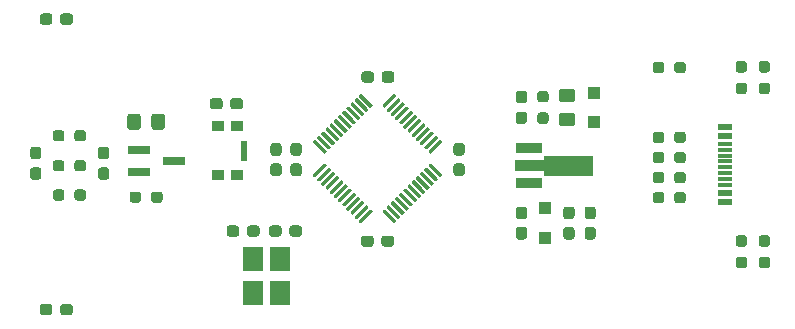
<source format=gtp>
G04 #@! TF.GenerationSoftware,KiCad,Pcbnew,5.1.8+dfsg1-1~bpo10+1*
G04 #@! TF.CreationDate,2020-12-26T22:42:37+08:00*
G04 #@! TF.ProjectId,stm32-io-extend,73746d33-322d-4696-9f2d-657874656e64,rev?*
G04 #@! TF.SameCoordinates,PX4cf27c8PY5b7b308*
G04 #@! TF.FileFunction,Paste,Top*
G04 #@! TF.FilePolarity,Positive*
%FSLAX46Y46*%
G04 Gerber Fmt 4.6, Leading zero omitted, Abs format (unit mm)*
G04 Created by KiCad (PCBNEW 5.1.8+dfsg1-1~bpo10+1) date 2020-12-26 22:42:37*
%MOMM*%
%LPD*%
G01*
G04 APERTURE LIST*
%ADD10R,1.900000X0.800000*%
%ADD11R,1.800000X2.100000*%
%ADD12C,0.100000*%
%ADD13R,2.300000X0.900000*%
%ADD14R,0.550000X1.700000*%
%ADD15R,1.000000X0.900000*%
%ADD16R,1.160000X0.600000*%
%ADD17R,1.160000X0.300000*%
%ADD18R,1.000000X1.000000*%
G04 APERTURE END LIST*
G04 #@! TO.C,U2*
G36*
G01*
X27189516Y20939264D02*
X26252600Y21876180D01*
G75*
G02*
X26252600Y21982246I53033J53033D01*
G01*
X26358666Y22088312D01*
G75*
G02*
X26464732Y22088312I53033J-53033D01*
G01*
X27401648Y21151396D01*
G75*
G02*
X27401648Y21045330I-53033J-53033D01*
G01*
X27295582Y20939264D01*
G75*
G02*
X27189516Y20939264I-53033J53033D01*
G01*
G37*
G36*
G01*
X27543070Y21292818D02*
X26606154Y22229734D01*
G75*
G02*
X26606154Y22335800I53033J53033D01*
G01*
X26712220Y22441866D01*
G75*
G02*
X26818286Y22441866I53033J-53033D01*
G01*
X27755202Y21504950D01*
G75*
G02*
X27755202Y21398884I-53033J-53033D01*
G01*
X27649136Y21292818D01*
G75*
G02*
X27543070Y21292818I-53033J53033D01*
G01*
G37*
G36*
G01*
X27896623Y21646371D02*
X26959707Y22583287D01*
G75*
G02*
X26959707Y22689353I53033J53033D01*
G01*
X27065773Y22795419D01*
G75*
G02*
X27171839Y22795419I53033J-53033D01*
G01*
X28108755Y21858503D01*
G75*
G02*
X28108755Y21752437I-53033J-53033D01*
G01*
X28002689Y21646371D01*
G75*
G02*
X27896623Y21646371I-53033J53033D01*
G01*
G37*
G36*
G01*
X28250177Y21999925D02*
X27313261Y22936841D01*
G75*
G02*
X27313261Y23042907I53033J53033D01*
G01*
X27419327Y23148973D01*
G75*
G02*
X27525393Y23148973I53033J-53033D01*
G01*
X28462309Y22212057D01*
G75*
G02*
X28462309Y22105991I-53033J-53033D01*
G01*
X28356243Y21999925D01*
G75*
G02*
X28250177Y21999925I-53033J53033D01*
G01*
G37*
G36*
G01*
X28603730Y22353478D02*
X27666814Y23290394D01*
G75*
G02*
X27666814Y23396460I53033J53033D01*
G01*
X27772880Y23502526D01*
G75*
G02*
X27878946Y23502526I53033J-53033D01*
G01*
X28815862Y22565610D01*
G75*
G02*
X28815862Y22459544I-53033J-53033D01*
G01*
X28709796Y22353478D01*
G75*
G02*
X28603730Y22353478I-53033J53033D01*
G01*
G37*
G36*
G01*
X28957283Y22707031D02*
X28020367Y23643947D01*
G75*
G02*
X28020367Y23750013I53033J53033D01*
G01*
X28126433Y23856079D01*
G75*
G02*
X28232499Y23856079I53033J-53033D01*
G01*
X29169415Y22919163D01*
G75*
G02*
X29169415Y22813097I-53033J-53033D01*
G01*
X29063349Y22707031D01*
G75*
G02*
X28957283Y22707031I-53033J53033D01*
G01*
G37*
G36*
G01*
X29310837Y23060585D02*
X28373921Y23997501D01*
G75*
G02*
X28373921Y24103567I53033J53033D01*
G01*
X28479987Y24209633D01*
G75*
G02*
X28586053Y24209633I53033J-53033D01*
G01*
X29522969Y23272717D01*
G75*
G02*
X29522969Y23166651I-53033J-53033D01*
G01*
X29416903Y23060585D01*
G75*
G02*
X29310837Y23060585I-53033J53033D01*
G01*
G37*
G36*
G01*
X29664390Y23414138D02*
X28727474Y24351054D01*
G75*
G02*
X28727474Y24457120I53033J53033D01*
G01*
X28833540Y24563186D01*
G75*
G02*
X28939606Y24563186I53033J-53033D01*
G01*
X29876522Y23626270D01*
G75*
G02*
X29876522Y23520204I-53033J-53033D01*
G01*
X29770456Y23414138D01*
G75*
G02*
X29664390Y23414138I-53033J53033D01*
G01*
G37*
G36*
G01*
X30017943Y23767691D02*
X29081027Y24704607D01*
G75*
G02*
X29081027Y24810673I53033J53033D01*
G01*
X29187093Y24916739D01*
G75*
G02*
X29293159Y24916739I53033J-53033D01*
G01*
X30230075Y23979823D01*
G75*
G02*
X30230075Y23873757I-53033J-53033D01*
G01*
X30124009Y23767691D01*
G75*
G02*
X30017943Y23767691I-53033J53033D01*
G01*
G37*
G36*
G01*
X30371497Y24121245D02*
X29434581Y25058161D01*
G75*
G02*
X29434581Y25164227I53033J53033D01*
G01*
X29540647Y25270293D01*
G75*
G02*
X29646713Y25270293I53033J-53033D01*
G01*
X30583629Y24333377D01*
G75*
G02*
X30583629Y24227311I-53033J-53033D01*
G01*
X30477563Y24121245D01*
G75*
G02*
X30371497Y24121245I-53033J53033D01*
G01*
G37*
G36*
G01*
X30725050Y24474798D02*
X29788134Y25411714D01*
G75*
G02*
X29788134Y25517780I53033J53033D01*
G01*
X29894200Y25623846D01*
G75*
G02*
X30000266Y25623846I53033J-53033D01*
G01*
X30937182Y24686930D01*
G75*
G02*
X30937182Y24580864I-53033J-53033D01*
G01*
X30831116Y24474798D01*
G75*
G02*
X30725050Y24474798I-53033J53033D01*
G01*
G37*
G36*
G01*
X31078604Y24828352D02*
X30141688Y25765268D01*
G75*
G02*
X30141688Y25871334I53033J53033D01*
G01*
X30247754Y25977400D01*
G75*
G02*
X30353820Y25977400I53033J-53033D01*
G01*
X31290736Y25040484D01*
G75*
G02*
X31290736Y24934418I-53033J-53033D01*
G01*
X31184670Y24828352D01*
G75*
G02*
X31078604Y24828352I-53033J53033D01*
G01*
G37*
G36*
G01*
X32245330Y24828352D02*
X32139264Y24934418D01*
G75*
G02*
X32139264Y25040484I53033J53033D01*
G01*
X33076180Y25977400D01*
G75*
G02*
X33182246Y25977400I53033J-53033D01*
G01*
X33288312Y25871334D01*
G75*
G02*
X33288312Y25765268I-53033J-53033D01*
G01*
X32351396Y24828352D01*
G75*
G02*
X32245330Y24828352I-53033J53033D01*
G01*
G37*
G36*
G01*
X32598884Y24474798D02*
X32492818Y24580864D01*
G75*
G02*
X32492818Y24686930I53033J53033D01*
G01*
X33429734Y25623846D01*
G75*
G02*
X33535800Y25623846I53033J-53033D01*
G01*
X33641866Y25517780D01*
G75*
G02*
X33641866Y25411714I-53033J-53033D01*
G01*
X32704950Y24474798D01*
G75*
G02*
X32598884Y24474798I-53033J53033D01*
G01*
G37*
G36*
G01*
X32952437Y24121245D02*
X32846371Y24227311D01*
G75*
G02*
X32846371Y24333377I53033J53033D01*
G01*
X33783287Y25270293D01*
G75*
G02*
X33889353Y25270293I53033J-53033D01*
G01*
X33995419Y25164227D01*
G75*
G02*
X33995419Y25058161I-53033J-53033D01*
G01*
X33058503Y24121245D01*
G75*
G02*
X32952437Y24121245I-53033J53033D01*
G01*
G37*
G36*
G01*
X33305991Y23767691D02*
X33199925Y23873757D01*
G75*
G02*
X33199925Y23979823I53033J53033D01*
G01*
X34136841Y24916739D01*
G75*
G02*
X34242907Y24916739I53033J-53033D01*
G01*
X34348973Y24810673D01*
G75*
G02*
X34348973Y24704607I-53033J-53033D01*
G01*
X33412057Y23767691D01*
G75*
G02*
X33305991Y23767691I-53033J53033D01*
G01*
G37*
G36*
G01*
X33659544Y23414138D02*
X33553478Y23520204D01*
G75*
G02*
X33553478Y23626270I53033J53033D01*
G01*
X34490394Y24563186D01*
G75*
G02*
X34596460Y24563186I53033J-53033D01*
G01*
X34702526Y24457120D01*
G75*
G02*
X34702526Y24351054I-53033J-53033D01*
G01*
X33765610Y23414138D01*
G75*
G02*
X33659544Y23414138I-53033J53033D01*
G01*
G37*
G36*
G01*
X34013097Y23060585D02*
X33907031Y23166651D01*
G75*
G02*
X33907031Y23272717I53033J53033D01*
G01*
X34843947Y24209633D01*
G75*
G02*
X34950013Y24209633I53033J-53033D01*
G01*
X35056079Y24103567D01*
G75*
G02*
X35056079Y23997501I-53033J-53033D01*
G01*
X34119163Y23060585D01*
G75*
G02*
X34013097Y23060585I-53033J53033D01*
G01*
G37*
G36*
G01*
X34366651Y22707031D02*
X34260585Y22813097D01*
G75*
G02*
X34260585Y22919163I53033J53033D01*
G01*
X35197501Y23856079D01*
G75*
G02*
X35303567Y23856079I53033J-53033D01*
G01*
X35409633Y23750013D01*
G75*
G02*
X35409633Y23643947I-53033J-53033D01*
G01*
X34472717Y22707031D01*
G75*
G02*
X34366651Y22707031I-53033J53033D01*
G01*
G37*
G36*
G01*
X34720204Y22353478D02*
X34614138Y22459544D01*
G75*
G02*
X34614138Y22565610I53033J53033D01*
G01*
X35551054Y23502526D01*
G75*
G02*
X35657120Y23502526I53033J-53033D01*
G01*
X35763186Y23396460D01*
G75*
G02*
X35763186Y23290394I-53033J-53033D01*
G01*
X34826270Y22353478D01*
G75*
G02*
X34720204Y22353478I-53033J53033D01*
G01*
G37*
G36*
G01*
X35073757Y21999925D02*
X34967691Y22105991D01*
G75*
G02*
X34967691Y22212057I53033J53033D01*
G01*
X35904607Y23148973D01*
G75*
G02*
X36010673Y23148973I53033J-53033D01*
G01*
X36116739Y23042907D01*
G75*
G02*
X36116739Y22936841I-53033J-53033D01*
G01*
X35179823Y21999925D01*
G75*
G02*
X35073757Y21999925I-53033J53033D01*
G01*
G37*
G36*
G01*
X35427311Y21646371D02*
X35321245Y21752437D01*
G75*
G02*
X35321245Y21858503I53033J53033D01*
G01*
X36258161Y22795419D01*
G75*
G02*
X36364227Y22795419I53033J-53033D01*
G01*
X36470293Y22689353D01*
G75*
G02*
X36470293Y22583287I-53033J-53033D01*
G01*
X35533377Y21646371D01*
G75*
G02*
X35427311Y21646371I-53033J53033D01*
G01*
G37*
G36*
G01*
X35780864Y21292818D02*
X35674798Y21398884D01*
G75*
G02*
X35674798Y21504950I53033J53033D01*
G01*
X36611714Y22441866D01*
G75*
G02*
X36717780Y22441866I53033J-53033D01*
G01*
X36823846Y22335800D01*
G75*
G02*
X36823846Y22229734I-53033J-53033D01*
G01*
X35886930Y21292818D01*
G75*
G02*
X35780864Y21292818I-53033J53033D01*
G01*
G37*
G36*
G01*
X36134418Y20939264D02*
X36028352Y21045330D01*
G75*
G02*
X36028352Y21151396I53033J53033D01*
G01*
X36965268Y22088312D01*
G75*
G02*
X37071334Y22088312I53033J-53033D01*
G01*
X37177400Y21982246D01*
G75*
G02*
X37177400Y21876180I-53033J-53033D01*
G01*
X36240484Y20939264D01*
G75*
G02*
X36134418Y20939264I-53033J53033D01*
G01*
G37*
G36*
G01*
X36965268Y18941688D02*
X36028352Y19878604D01*
G75*
G02*
X36028352Y19984670I53033J53033D01*
G01*
X36134418Y20090736D01*
G75*
G02*
X36240484Y20090736I53033J-53033D01*
G01*
X37177400Y19153820D01*
G75*
G02*
X37177400Y19047754I-53033J-53033D01*
G01*
X37071334Y18941688D01*
G75*
G02*
X36965268Y18941688I-53033J53033D01*
G01*
G37*
G36*
G01*
X36611714Y18588134D02*
X35674798Y19525050D01*
G75*
G02*
X35674798Y19631116I53033J53033D01*
G01*
X35780864Y19737182D01*
G75*
G02*
X35886930Y19737182I53033J-53033D01*
G01*
X36823846Y18800266D01*
G75*
G02*
X36823846Y18694200I-53033J-53033D01*
G01*
X36717780Y18588134D01*
G75*
G02*
X36611714Y18588134I-53033J53033D01*
G01*
G37*
G36*
G01*
X36258161Y18234581D02*
X35321245Y19171497D01*
G75*
G02*
X35321245Y19277563I53033J53033D01*
G01*
X35427311Y19383629D01*
G75*
G02*
X35533377Y19383629I53033J-53033D01*
G01*
X36470293Y18446713D01*
G75*
G02*
X36470293Y18340647I-53033J-53033D01*
G01*
X36364227Y18234581D01*
G75*
G02*
X36258161Y18234581I-53033J53033D01*
G01*
G37*
G36*
G01*
X35904607Y17881027D02*
X34967691Y18817943D01*
G75*
G02*
X34967691Y18924009I53033J53033D01*
G01*
X35073757Y19030075D01*
G75*
G02*
X35179823Y19030075I53033J-53033D01*
G01*
X36116739Y18093159D01*
G75*
G02*
X36116739Y17987093I-53033J-53033D01*
G01*
X36010673Y17881027D01*
G75*
G02*
X35904607Y17881027I-53033J53033D01*
G01*
G37*
G36*
G01*
X35551054Y17527474D02*
X34614138Y18464390D01*
G75*
G02*
X34614138Y18570456I53033J53033D01*
G01*
X34720204Y18676522D01*
G75*
G02*
X34826270Y18676522I53033J-53033D01*
G01*
X35763186Y17739606D01*
G75*
G02*
X35763186Y17633540I-53033J-53033D01*
G01*
X35657120Y17527474D01*
G75*
G02*
X35551054Y17527474I-53033J53033D01*
G01*
G37*
G36*
G01*
X35197501Y17173921D02*
X34260585Y18110837D01*
G75*
G02*
X34260585Y18216903I53033J53033D01*
G01*
X34366651Y18322969D01*
G75*
G02*
X34472717Y18322969I53033J-53033D01*
G01*
X35409633Y17386053D01*
G75*
G02*
X35409633Y17279987I-53033J-53033D01*
G01*
X35303567Y17173921D01*
G75*
G02*
X35197501Y17173921I-53033J53033D01*
G01*
G37*
G36*
G01*
X34843947Y16820367D02*
X33907031Y17757283D01*
G75*
G02*
X33907031Y17863349I53033J53033D01*
G01*
X34013097Y17969415D01*
G75*
G02*
X34119163Y17969415I53033J-53033D01*
G01*
X35056079Y17032499D01*
G75*
G02*
X35056079Y16926433I-53033J-53033D01*
G01*
X34950013Y16820367D01*
G75*
G02*
X34843947Y16820367I-53033J53033D01*
G01*
G37*
G36*
G01*
X34490394Y16466814D02*
X33553478Y17403730D01*
G75*
G02*
X33553478Y17509796I53033J53033D01*
G01*
X33659544Y17615862D01*
G75*
G02*
X33765610Y17615862I53033J-53033D01*
G01*
X34702526Y16678946D01*
G75*
G02*
X34702526Y16572880I-53033J-53033D01*
G01*
X34596460Y16466814D01*
G75*
G02*
X34490394Y16466814I-53033J53033D01*
G01*
G37*
G36*
G01*
X34136841Y16113261D02*
X33199925Y17050177D01*
G75*
G02*
X33199925Y17156243I53033J53033D01*
G01*
X33305991Y17262309D01*
G75*
G02*
X33412057Y17262309I53033J-53033D01*
G01*
X34348973Y16325393D01*
G75*
G02*
X34348973Y16219327I-53033J-53033D01*
G01*
X34242907Y16113261D01*
G75*
G02*
X34136841Y16113261I-53033J53033D01*
G01*
G37*
G36*
G01*
X33783287Y15759707D02*
X32846371Y16696623D01*
G75*
G02*
X32846371Y16802689I53033J53033D01*
G01*
X32952437Y16908755D01*
G75*
G02*
X33058503Y16908755I53033J-53033D01*
G01*
X33995419Y15971839D01*
G75*
G02*
X33995419Y15865773I-53033J-53033D01*
G01*
X33889353Y15759707D01*
G75*
G02*
X33783287Y15759707I-53033J53033D01*
G01*
G37*
G36*
G01*
X33429734Y15406154D02*
X32492818Y16343070D01*
G75*
G02*
X32492818Y16449136I53033J53033D01*
G01*
X32598884Y16555202D01*
G75*
G02*
X32704950Y16555202I53033J-53033D01*
G01*
X33641866Y15618286D01*
G75*
G02*
X33641866Y15512220I-53033J-53033D01*
G01*
X33535800Y15406154D01*
G75*
G02*
X33429734Y15406154I-53033J53033D01*
G01*
G37*
G36*
G01*
X33076180Y15052600D02*
X32139264Y15989516D01*
G75*
G02*
X32139264Y16095582I53033J53033D01*
G01*
X32245330Y16201648D01*
G75*
G02*
X32351396Y16201648I53033J-53033D01*
G01*
X33288312Y15264732D01*
G75*
G02*
X33288312Y15158666I-53033J-53033D01*
G01*
X33182246Y15052600D01*
G75*
G02*
X33076180Y15052600I-53033J53033D01*
G01*
G37*
G36*
G01*
X30247754Y15052600D02*
X30141688Y15158666D01*
G75*
G02*
X30141688Y15264732I53033J53033D01*
G01*
X31078604Y16201648D01*
G75*
G02*
X31184670Y16201648I53033J-53033D01*
G01*
X31290736Y16095582D01*
G75*
G02*
X31290736Y15989516I-53033J-53033D01*
G01*
X30353820Y15052600D01*
G75*
G02*
X30247754Y15052600I-53033J53033D01*
G01*
G37*
G36*
G01*
X29894200Y15406154D02*
X29788134Y15512220D01*
G75*
G02*
X29788134Y15618286I53033J53033D01*
G01*
X30725050Y16555202D01*
G75*
G02*
X30831116Y16555202I53033J-53033D01*
G01*
X30937182Y16449136D01*
G75*
G02*
X30937182Y16343070I-53033J-53033D01*
G01*
X30000266Y15406154D01*
G75*
G02*
X29894200Y15406154I-53033J53033D01*
G01*
G37*
G36*
G01*
X29540647Y15759707D02*
X29434581Y15865773D01*
G75*
G02*
X29434581Y15971839I53033J53033D01*
G01*
X30371497Y16908755D01*
G75*
G02*
X30477563Y16908755I53033J-53033D01*
G01*
X30583629Y16802689D01*
G75*
G02*
X30583629Y16696623I-53033J-53033D01*
G01*
X29646713Y15759707D01*
G75*
G02*
X29540647Y15759707I-53033J53033D01*
G01*
G37*
G36*
G01*
X29187093Y16113261D02*
X29081027Y16219327D01*
G75*
G02*
X29081027Y16325393I53033J53033D01*
G01*
X30017943Y17262309D01*
G75*
G02*
X30124009Y17262309I53033J-53033D01*
G01*
X30230075Y17156243D01*
G75*
G02*
X30230075Y17050177I-53033J-53033D01*
G01*
X29293159Y16113261D01*
G75*
G02*
X29187093Y16113261I-53033J53033D01*
G01*
G37*
G36*
G01*
X28833540Y16466814D02*
X28727474Y16572880D01*
G75*
G02*
X28727474Y16678946I53033J53033D01*
G01*
X29664390Y17615862D01*
G75*
G02*
X29770456Y17615862I53033J-53033D01*
G01*
X29876522Y17509796D01*
G75*
G02*
X29876522Y17403730I-53033J-53033D01*
G01*
X28939606Y16466814D01*
G75*
G02*
X28833540Y16466814I-53033J53033D01*
G01*
G37*
G36*
G01*
X28479987Y16820367D02*
X28373921Y16926433D01*
G75*
G02*
X28373921Y17032499I53033J53033D01*
G01*
X29310837Y17969415D01*
G75*
G02*
X29416903Y17969415I53033J-53033D01*
G01*
X29522969Y17863349D01*
G75*
G02*
X29522969Y17757283I-53033J-53033D01*
G01*
X28586053Y16820367D01*
G75*
G02*
X28479987Y16820367I-53033J53033D01*
G01*
G37*
G36*
G01*
X28126433Y17173921D02*
X28020367Y17279987D01*
G75*
G02*
X28020367Y17386053I53033J53033D01*
G01*
X28957283Y18322969D01*
G75*
G02*
X29063349Y18322969I53033J-53033D01*
G01*
X29169415Y18216903D01*
G75*
G02*
X29169415Y18110837I-53033J-53033D01*
G01*
X28232499Y17173921D01*
G75*
G02*
X28126433Y17173921I-53033J53033D01*
G01*
G37*
G36*
G01*
X27772880Y17527474D02*
X27666814Y17633540D01*
G75*
G02*
X27666814Y17739606I53033J53033D01*
G01*
X28603730Y18676522D01*
G75*
G02*
X28709796Y18676522I53033J-53033D01*
G01*
X28815862Y18570456D01*
G75*
G02*
X28815862Y18464390I-53033J-53033D01*
G01*
X27878946Y17527474D01*
G75*
G02*
X27772880Y17527474I-53033J53033D01*
G01*
G37*
G36*
G01*
X27419327Y17881027D02*
X27313261Y17987093D01*
G75*
G02*
X27313261Y18093159I53033J53033D01*
G01*
X28250177Y19030075D01*
G75*
G02*
X28356243Y19030075I53033J-53033D01*
G01*
X28462309Y18924009D01*
G75*
G02*
X28462309Y18817943I-53033J-53033D01*
G01*
X27525393Y17881027D01*
G75*
G02*
X27419327Y17881027I-53033J53033D01*
G01*
G37*
G36*
G01*
X27065773Y18234581D02*
X26959707Y18340647D01*
G75*
G02*
X26959707Y18446713I53033J53033D01*
G01*
X27896623Y19383629D01*
G75*
G02*
X28002689Y19383629I53033J-53033D01*
G01*
X28108755Y19277563D01*
G75*
G02*
X28108755Y19171497I-53033J-53033D01*
G01*
X27171839Y18234581D01*
G75*
G02*
X27065773Y18234581I-53033J53033D01*
G01*
G37*
G36*
G01*
X26712220Y18588134D02*
X26606154Y18694200D01*
G75*
G02*
X26606154Y18800266I53033J53033D01*
G01*
X27543070Y19737182D01*
G75*
G02*
X27649136Y19737182I53033J-53033D01*
G01*
X27755202Y19631116D01*
G75*
G02*
X27755202Y19525050I-53033J-53033D01*
G01*
X26818286Y18588134D01*
G75*
G02*
X26712220Y18588134I-53033J53033D01*
G01*
G37*
G36*
G01*
X26358666Y18941688D02*
X26252600Y19047754D01*
G75*
G02*
X26252600Y19153820I53033J53033D01*
G01*
X27189516Y20090736D01*
G75*
G02*
X27295582Y20090736I53033J-53033D01*
G01*
X27401648Y19984670D01*
G75*
G02*
X27401648Y19878604I-53033J-53033D01*
G01*
X26464732Y18941688D01*
G75*
G02*
X26358666Y18941688I-53033J53033D01*
G01*
G37*
G04 #@! TD*
G04 #@! TO.C,R14*
G36*
G01*
X6050000Y19667500D02*
X6050000Y20142500D01*
G75*
G02*
X6287500Y20380000I237500J0D01*
G01*
X6787500Y20380000D01*
G75*
G02*
X7025000Y20142500I0J-237500D01*
G01*
X7025000Y19667500D01*
G75*
G02*
X6787500Y19430000I-237500J0D01*
G01*
X6287500Y19430000D01*
G75*
G02*
X6050000Y19667500I0J237500D01*
G01*
G37*
G36*
G01*
X4225000Y19667500D02*
X4225000Y20142500D01*
G75*
G02*
X4462500Y20380000I237500J0D01*
G01*
X4962500Y20380000D01*
G75*
G02*
X5200000Y20142500I0J-237500D01*
G01*
X5200000Y19667500D01*
G75*
G02*
X4962500Y19430000I-237500J0D01*
G01*
X4462500Y19430000D01*
G75*
G02*
X4225000Y19667500I0J237500D01*
G01*
G37*
G04 #@! TD*
D10*
G04 #@! TO.C,Q1*
X14485000Y20305000D03*
X11485000Y19355000D03*
X11485000Y21255000D03*
G04 #@! TD*
G04 #@! TO.C,D5*
G36*
G01*
X8752500Y20465000D02*
X8277500Y20465000D01*
G75*
G02*
X8040000Y20702500I0J237500D01*
G01*
X8040000Y21277500D01*
G75*
G02*
X8277500Y21515000I237500J0D01*
G01*
X8752500Y21515000D01*
G75*
G02*
X8990000Y21277500I0J-237500D01*
G01*
X8990000Y20702500D01*
G75*
G02*
X8752500Y20465000I-237500J0D01*
G01*
G37*
G36*
G01*
X8752500Y18715000D02*
X8277500Y18715000D01*
G75*
G02*
X8040000Y18952500I0J237500D01*
G01*
X8040000Y19527500D01*
G75*
G02*
X8277500Y19765000I237500J0D01*
G01*
X8752500Y19765000D01*
G75*
G02*
X8990000Y19527500I0J-237500D01*
G01*
X8990000Y18952500D01*
G75*
G02*
X8752500Y18715000I-237500J0D01*
G01*
G37*
G04 #@! TD*
G04 #@! TO.C,D4*
G36*
G01*
X3012500Y20465000D02*
X2537500Y20465000D01*
G75*
G02*
X2300000Y20702500I0J237500D01*
G01*
X2300000Y21277500D01*
G75*
G02*
X2537500Y21515000I237500J0D01*
G01*
X3012500Y21515000D01*
G75*
G02*
X3250000Y21277500I0J-237500D01*
G01*
X3250000Y20702500D01*
G75*
G02*
X3012500Y20465000I-237500J0D01*
G01*
G37*
G36*
G01*
X3012500Y18715000D02*
X2537500Y18715000D01*
G75*
G02*
X2300000Y18952500I0J237500D01*
G01*
X2300000Y19527500D01*
G75*
G02*
X2537500Y19765000I237500J0D01*
G01*
X3012500Y19765000D01*
G75*
G02*
X3250000Y19527500I0J-237500D01*
G01*
X3250000Y18952500D01*
G75*
G02*
X3012500Y18715000I-237500J0D01*
G01*
G37*
G04 #@! TD*
D11*
G04 #@! TO.C,Y1*
X21165000Y9115000D03*
X21165000Y12015000D03*
X23465000Y12015000D03*
X23465000Y9115000D03*
G04 #@! TD*
D12*
G04 #@! TO.C,U1*
G36*
X49955000Y19038500D02*
G01*
X45830000Y19038500D01*
X45830000Y19455000D01*
X43355000Y19455000D01*
X43355000Y20355000D01*
X45830000Y20355000D01*
X45830000Y20771500D01*
X49955000Y20771500D01*
X49955000Y19038500D01*
G37*
D13*
X44505000Y18405000D03*
X44505000Y21405000D03*
G04 #@! TD*
D14*
G04 #@! TO.C,SW1*
X20420000Y21195000D03*
D15*
X19795000Y23245000D03*
X18195000Y23245000D03*
X19795000Y19145000D03*
X18195000Y19145000D03*
G04 #@! TD*
G04 #@! TO.C,R13*
G36*
G01*
X62277500Y12200000D02*
X62752500Y12200000D01*
G75*
G02*
X62990000Y11962500I0J-237500D01*
G01*
X62990000Y11462500D01*
G75*
G02*
X62752500Y11225000I-237500J0D01*
G01*
X62277500Y11225000D01*
G75*
G02*
X62040000Y11462500I0J237500D01*
G01*
X62040000Y11962500D01*
G75*
G02*
X62277500Y12200000I237500J0D01*
G01*
G37*
G36*
G01*
X62277500Y14025000D02*
X62752500Y14025000D01*
G75*
G02*
X62990000Y13787500I0J-237500D01*
G01*
X62990000Y13287500D01*
G75*
G02*
X62752500Y13050000I-237500J0D01*
G01*
X62277500Y13050000D01*
G75*
G02*
X62040000Y13287500I0J237500D01*
G01*
X62040000Y13787500D01*
G75*
G02*
X62277500Y14025000I237500J0D01*
G01*
G37*
G04 #@! TD*
G04 #@! TO.C,R12*
G36*
G01*
X64702500Y13050000D02*
X64227500Y13050000D01*
G75*
G02*
X63990000Y13287500I0J237500D01*
G01*
X63990000Y13787500D01*
G75*
G02*
X64227500Y14025000I237500J0D01*
G01*
X64702500Y14025000D01*
G75*
G02*
X64940000Y13787500I0J-237500D01*
G01*
X64940000Y13287500D01*
G75*
G02*
X64702500Y13050000I-237500J0D01*
G01*
G37*
G36*
G01*
X64702500Y11225000D02*
X64227500Y11225000D01*
G75*
G02*
X63990000Y11462500I0J237500D01*
G01*
X63990000Y11962500D01*
G75*
G02*
X64227500Y12200000I237500J0D01*
G01*
X64702500Y12200000D01*
G75*
G02*
X64940000Y11962500I0J-237500D01*
G01*
X64940000Y11462500D01*
G75*
G02*
X64702500Y11225000I-237500J0D01*
G01*
G37*
G04 #@! TD*
G04 #@! TO.C,R11*
G36*
G01*
X62752500Y27800000D02*
X62277500Y27800000D01*
G75*
G02*
X62040000Y28037500I0J237500D01*
G01*
X62040000Y28537500D01*
G75*
G02*
X62277500Y28775000I237500J0D01*
G01*
X62752500Y28775000D01*
G75*
G02*
X62990000Y28537500I0J-237500D01*
G01*
X62990000Y28037500D01*
G75*
G02*
X62752500Y27800000I-237500J0D01*
G01*
G37*
G36*
G01*
X62752500Y25975000D02*
X62277500Y25975000D01*
G75*
G02*
X62040000Y26212500I0J237500D01*
G01*
X62040000Y26712500D01*
G75*
G02*
X62277500Y26950000I237500J0D01*
G01*
X62752500Y26950000D01*
G75*
G02*
X62990000Y26712500I0J-237500D01*
G01*
X62990000Y26212500D01*
G75*
G02*
X62752500Y25975000I-237500J0D01*
G01*
G37*
G04 #@! TD*
G04 #@! TO.C,R10*
G36*
G01*
X64227500Y26950000D02*
X64702500Y26950000D01*
G75*
G02*
X64940000Y26712500I0J-237500D01*
G01*
X64940000Y26212500D01*
G75*
G02*
X64702500Y25975000I-237500J0D01*
G01*
X64227500Y25975000D01*
G75*
G02*
X63990000Y26212500I0J237500D01*
G01*
X63990000Y26712500D01*
G75*
G02*
X64227500Y26950000I237500J0D01*
G01*
G37*
G36*
G01*
X64227500Y28775000D02*
X64702500Y28775000D01*
G75*
G02*
X64940000Y28537500I0J-237500D01*
G01*
X64940000Y28037500D01*
G75*
G02*
X64702500Y27800000I-237500J0D01*
G01*
X64227500Y27800000D01*
G75*
G02*
X63990000Y28037500I0J237500D01*
G01*
X63990000Y28537500D01*
G75*
G02*
X64227500Y28775000I237500J0D01*
G01*
G37*
G04 #@! TD*
G04 #@! TO.C,R9*
G36*
G01*
X5200000Y17662500D02*
X5200000Y17187500D01*
G75*
G02*
X4962500Y16950000I-237500J0D01*
G01*
X4462500Y16950000D01*
G75*
G02*
X4225000Y17187500I0J237500D01*
G01*
X4225000Y17662500D01*
G75*
G02*
X4462500Y17900000I237500J0D01*
G01*
X4962500Y17900000D01*
G75*
G02*
X5200000Y17662500I0J-237500D01*
G01*
G37*
G36*
G01*
X7025000Y17662500D02*
X7025000Y17187500D01*
G75*
G02*
X6787500Y16950000I-237500J0D01*
G01*
X6287500Y16950000D01*
G75*
G02*
X6050000Y17187500I0J237500D01*
G01*
X6050000Y17662500D01*
G75*
G02*
X6287500Y17900000I237500J0D01*
G01*
X6787500Y17900000D01*
G75*
G02*
X7025000Y17662500I0J-237500D01*
G01*
G37*
G04 #@! TD*
G04 #@! TO.C,R8*
G36*
G01*
X12540000Y17007500D02*
X12540000Y17482500D01*
G75*
G02*
X12777500Y17720000I237500J0D01*
G01*
X13277500Y17720000D01*
G75*
G02*
X13515000Y17482500I0J-237500D01*
G01*
X13515000Y17007500D01*
G75*
G02*
X13277500Y16770000I-237500J0D01*
G01*
X12777500Y16770000D01*
G75*
G02*
X12540000Y17007500I0J237500D01*
G01*
G37*
G36*
G01*
X10715000Y17007500D02*
X10715000Y17482500D01*
G75*
G02*
X10952500Y17720000I237500J0D01*
G01*
X11452500Y17720000D01*
G75*
G02*
X11690000Y17482500I0J-237500D01*
G01*
X11690000Y17007500D01*
G75*
G02*
X11452500Y16770000I-237500J0D01*
G01*
X10952500Y16770000D01*
G75*
G02*
X10715000Y17007500I0J237500D01*
G01*
G37*
G04 #@! TD*
G04 #@! TO.C,R7*
G36*
G01*
X5200000Y22682500D02*
X5200000Y22207500D01*
G75*
G02*
X4962500Y21970000I-237500J0D01*
G01*
X4462500Y21970000D01*
G75*
G02*
X4225000Y22207500I0J237500D01*
G01*
X4225000Y22682500D01*
G75*
G02*
X4462500Y22920000I237500J0D01*
G01*
X4962500Y22920000D01*
G75*
G02*
X5200000Y22682500I0J-237500D01*
G01*
G37*
G36*
G01*
X7025000Y22682500D02*
X7025000Y22207500D01*
G75*
G02*
X6787500Y21970000I-237500J0D01*
G01*
X6287500Y21970000D01*
G75*
G02*
X6050000Y22207500I0J237500D01*
G01*
X6050000Y22682500D01*
G75*
G02*
X6287500Y22920000I237500J0D01*
G01*
X6787500Y22920000D01*
G75*
G02*
X7025000Y22682500I0J-237500D01*
G01*
G37*
G04 #@! TD*
G04 #@! TO.C,R6*
G36*
G01*
X56840000Y27987500D02*
X56840000Y28462500D01*
G75*
G02*
X57077500Y28700000I237500J0D01*
G01*
X57577500Y28700000D01*
G75*
G02*
X57815000Y28462500I0J-237500D01*
G01*
X57815000Y27987500D01*
G75*
G02*
X57577500Y27750000I-237500J0D01*
G01*
X57077500Y27750000D01*
G75*
G02*
X56840000Y27987500I0J237500D01*
G01*
G37*
G36*
G01*
X55015000Y27987500D02*
X55015000Y28462500D01*
G75*
G02*
X55252500Y28700000I237500J0D01*
G01*
X55752500Y28700000D01*
G75*
G02*
X55990000Y28462500I0J-237500D01*
G01*
X55990000Y27987500D01*
G75*
G02*
X55752500Y27750000I-237500J0D01*
G01*
X55252500Y27750000D01*
G75*
G02*
X55015000Y27987500I0J237500D01*
G01*
G37*
G04 #@! TD*
G04 #@! TO.C,R5*
G36*
G01*
X56840000Y20367500D02*
X56840000Y20842500D01*
G75*
G02*
X57077500Y21080000I237500J0D01*
G01*
X57577500Y21080000D01*
G75*
G02*
X57815000Y20842500I0J-237500D01*
G01*
X57815000Y20367500D01*
G75*
G02*
X57577500Y20130000I-237500J0D01*
G01*
X57077500Y20130000D01*
G75*
G02*
X56840000Y20367500I0J237500D01*
G01*
G37*
G36*
G01*
X55015000Y20367500D02*
X55015000Y20842500D01*
G75*
G02*
X55252500Y21080000I237500J0D01*
G01*
X55752500Y21080000D01*
G75*
G02*
X55990000Y20842500I0J-237500D01*
G01*
X55990000Y20367500D01*
G75*
G02*
X55752500Y20130000I-237500J0D01*
G01*
X55252500Y20130000D01*
G75*
G02*
X55015000Y20367500I0J237500D01*
G01*
G37*
G04 #@! TD*
G04 #@! TO.C,R4*
G36*
G01*
X55990000Y22542500D02*
X55990000Y22067500D01*
G75*
G02*
X55752500Y21830000I-237500J0D01*
G01*
X55252500Y21830000D01*
G75*
G02*
X55015000Y22067500I0J237500D01*
G01*
X55015000Y22542500D01*
G75*
G02*
X55252500Y22780000I237500J0D01*
G01*
X55752500Y22780000D01*
G75*
G02*
X55990000Y22542500I0J-237500D01*
G01*
G37*
G36*
G01*
X57815000Y22542500D02*
X57815000Y22067500D01*
G75*
G02*
X57577500Y21830000I-237500J0D01*
G01*
X57077500Y21830000D01*
G75*
G02*
X56840000Y22067500I0J237500D01*
G01*
X56840000Y22542500D01*
G75*
G02*
X57077500Y22780000I237500J0D01*
G01*
X57577500Y22780000D01*
G75*
G02*
X57815000Y22542500I0J-237500D01*
G01*
G37*
G04 #@! TD*
G04 #@! TO.C,R3*
G36*
G01*
X56840000Y18667500D02*
X56840000Y19142500D01*
G75*
G02*
X57077500Y19380000I237500J0D01*
G01*
X57577500Y19380000D01*
G75*
G02*
X57815000Y19142500I0J-237500D01*
G01*
X57815000Y18667500D01*
G75*
G02*
X57577500Y18430000I-237500J0D01*
G01*
X57077500Y18430000D01*
G75*
G02*
X56840000Y18667500I0J237500D01*
G01*
G37*
G36*
G01*
X55015000Y18667500D02*
X55015000Y19142500D01*
G75*
G02*
X55252500Y19380000I237500J0D01*
G01*
X55752500Y19380000D01*
G75*
G02*
X55990000Y19142500I0J-237500D01*
G01*
X55990000Y18667500D01*
G75*
G02*
X55752500Y18430000I-237500J0D01*
G01*
X55252500Y18430000D01*
G75*
G02*
X55015000Y18667500I0J237500D01*
G01*
G37*
G04 #@! TD*
G04 #@! TO.C,R2*
G36*
G01*
X56840000Y16967500D02*
X56840000Y17442500D01*
G75*
G02*
X57077500Y17680000I237500J0D01*
G01*
X57577500Y17680000D01*
G75*
G02*
X57815000Y17442500I0J-237500D01*
G01*
X57815000Y16967500D01*
G75*
G02*
X57577500Y16730000I-237500J0D01*
G01*
X57077500Y16730000D01*
G75*
G02*
X56840000Y16967500I0J237500D01*
G01*
G37*
G36*
G01*
X55015000Y16967500D02*
X55015000Y17442500D01*
G75*
G02*
X55252500Y17680000I237500J0D01*
G01*
X55752500Y17680000D01*
G75*
G02*
X55990000Y17442500I0J-237500D01*
G01*
X55990000Y16967500D01*
G75*
G02*
X55752500Y16730000I-237500J0D01*
G01*
X55252500Y16730000D01*
G75*
G02*
X55015000Y16967500I0J237500D01*
G01*
G37*
G04 #@! TD*
G04 #@! TO.C,R1*
G36*
G01*
X45952500Y25270000D02*
X45477500Y25270000D01*
G75*
G02*
X45240000Y25507500I0J237500D01*
G01*
X45240000Y26007500D01*
G75*
G02*
X45477500Y26245000I237500J0D01*
G01*
X45952500Y26245000D01*
G75*
G02*
X46190000Y26007500I0J-237500D01*
G01*
X46190000Y25507500D01*
G75*
G02*
X45952500Y25270000I-237500J0D01*
G01*
G37*
G36*
G01*
X45952500Y23445000D02*
X45477500Y23445000D01*
G75*
G02*
X45240000Y23682500I0J237500D01*
G01*
X45240000Y24182500D01*
G75*
G02*
X45477500Y24420000I237500J0D01*
G01*
X45952500Y24420000D01*
G75*
G02*
X46190000Y24182500I0J-237500D01*
G01*
X46190000Y23682500D01*
G75*
G02*
X45952500Y23445000I-237500J0D01*
G01*
G37*
G04 #@! TD*
D16*
G04 #@! TO.C,J1*
X61105000Y23225000D03*
X61105000Y22425000D03*
X61105000Y23225000D03*
X61105000Y22425000D03*
X61105000Y16825000D03*
X61105000Y16825000D03*
X61105000Y17625000D03*
X61105000Y17625000D03*
D17*
X61105000Y21775000D03*
X61105000Y20775000D03*
X61105000Y21275000D03*
X61105000Y18775000D03*
X61105000Y18275000D03*
X61105000Y20275000D03*
X61105000Y19775000D03*
X61105000Y19275000D03*
G04 #@! TD*
G04 #@! TO.C,F2*
G36*
G01*
X11665000Y24075001D02*
X11665000Y23174999D01*
G75*
G02*
X11415001Y22925000I-249999J0D01*
G01*
X10764999Y22925000D01*
G75*
G02*
X10515000Y23174999I0J249999D01*
G01*
X10515000Y24075001D01*
G75*
G02*
X10764999Y24325000I249999J0D01*
G01*
X11415001Y24325000D01*
G75*
G02*
X11665000Y24075001I0J-249999D01*
G01*
G37*
G36*
G01*
X13715000Y24075001D02*
X13715000Y23174999D01*
G75*
G02*
X13465001Y22925000I-249999J0D01*
G01*
X12814999Y22925000D01*
G75*
G02*
X12565000Y23174999I0J249999D01*
G01*
X12565000Y24075001D01*
G75*
G02*
X12814999Y24325000I249999J0D01*
G01*
X13465001Y24325000D01*
G75*
G02*
X13715000Y24075001I0J-249999D01*
G01*
G37*
G04 #@! TD*
G04 #@! TO.C,F1*
G36*
G01*
X48205001Y25295000D02*
X47304999Y25295000D01*
G75*
G02*
X47055000Y25544999I0J249999D01*
G01*
X47055000Y26195001D01*
G75*
G02*
X47304999Y26445000I249999J0D01*
G01*
X48205001Y26445000D01*
G75*
G02*
X48455000Y26195001I0J-249999D01*
G01*
X48455000Y25544999D01*
G75*
G02*
X48205001Y25295000I-249999J0D01*
G01*
G37*
G36*
G01*
X48205001Y23245000D02*
X47304999Y23245000D01*
G75*
G02*
X47055000Y23494999I0J249999D01*
G01*
X47055000Y24145001D01*
G75*
G02*
X47304999Y24395000I249999J0D01*
G01*
X48205001Y24395000D01*
G75*
G02*
X48455000Y24145001I0J-249999D01*
G01*
X48455000Y23494999D01*
G75*
G02*
X48205001Y23245000I-249999J0D01*
G01*
G37*
G04 #@! TD*
D18*
G04 #@! TO.C,D3*
X45915000Y16305000D03*
X45915000Y13805000D03*
G04 #@! TD*
G04 #@! TO.C,D2*
G36*
G01*
X44132500Y25195000D02*
X43657500Y25195000D01*
G75*
G02*
X43420000Y25432500I0J237500D01*
G01*
X43420000Y26007500D01*
G75*
G02*
X43657500Y26245000I237500J0D01*
G01*
X44132500Y26245000D01*
G75*
G02*
X44370000Y26007500I0J-237500D01*
G01*
X44370000Y25432500D01*
G75*
G02*
X44132500Y25195000I-237500J0D01*
G01*
G37*
G36*
G01*
X44132500Y23445000D02*
X43657500Y23445000D01*
G75*
G02*
X43420000Y23682500I0J237500D01*
G01*
X43420000Y24257500D01*
G75*
G02*
X43657500Y24495000I237500J0D01*
G01*
X44132500Y24495000D01*
G75*
G02*
X44370000Y24257500I0J-237500D01*
G01*
X44370000Y23682500D01*
G75*
G02*
X44132500Y23445000I-237500J0D01*
G01*
G37*
G04 #@! TD*
G04 #@! TO.C,D1*
X50015000Y23595000D03*
X50015000Y26095000D03*
G04 #@! TD*
G04 #@! TO.C,C13*
G36*
G01*
X31390000Y13762500D02*
X31390000Y13287500D01*
G75*
G02*
X31152500Y13050000I-237500J0D01*
G01*
X30552500Y13050000D01*
G75*
G02*
X30315000Y13287500I0J237500D01*
G01*
X30315000Y13762500D01*
G75*
G02*
X30552500Y14000000I237500J0D01*
G01*
X31152500Y14000000D01*
G75*
G02*
X31390000Y13762500I0J-237500D01*
G01*
G37*
G36*
G01*
X33115000Y13762500D02*
X33115000Y13287500D01*
G75*
G02*
X32877500Y13050000I-237500J0D01*
G01*
X32277500Y13050000D01*
G75*
G02*
X32040000Y13287500I0J237500D01*
G01*
X32040000Y13762500D01*
G75*
G02*
X32277500Y14000000I237500J0D01*
G01*
X32877500Y14000000D01*
G75*
G02*
X33115000Y13762500I0J-237500D01*
G01*
G37*
G04 #@! TD*
G04 #@! TO.C,C12*
G36*
G01*
X4840000Y7487500D02*
X4840000Y7962500D01*
G75*
G02*
X5077500Y8200000I237500J0D01*
G01*
X5677500Y8200000D01*
G75*
G02*
X5915000Y7962500I0J-237500D01*
G01*
X5915000Y7487500D01*
G75*
G02*
X5677500Y7250000I-237500J0D01*
G01*
X5077500Y7250000D01*
G75*
G02*
X4840000Y7487500I0J237500D01*
G01*
G37*
G36*
G01*
X3115000Y7487500D02*
X3115000Y7962500D01*
G75*
G02*
X3352500Y8200000I237500J0D01*
G01*
X3952500Y8200000D01*
G75*
G02*
X4190000Y7962500I0J-237500D01*
G01*
X4190000Y7487500D01*
G75*
G02*
X3952500Y7250000I-237500J0D01*
G01*
X3352500Y7250000D01*
G75*
G02*
X3115000Y7487500I0J237500D01*
G01*
G37*
G04 #@! TD*
G04 #@! TO.C,C11*
G36*
G01*
X4190000Y32562500D02*
X4190000Y32087500D01*
G75*
G02*
X3952500Y31850000I-237500J0D01*
G01*
X3352500Y31850000D01*
G75*
G02*
X3115000Y32087500I0J237500D01*
G01*
X3115000Y32562500D01*
G75*
G02*
X3352500Y32800000I237500J0D01*
G01*
X3952500Y32800000D01*
G75*
G02*
X4190000Y32562500I0J-237500D01*
G01*
G37*
G36*
G01*
X5915000Y32562500D02*
X5915000Y32087500D01*
G75*
G02*
X5677500Y31850000I-237500J0D01*
G01*
X5077500Y31850000D01*
G75*
G02*
X4840000Y32087500I0J237500D01*
G01*
X4840000Y32562500D01*
G75*
G02*
X5077500Y32800000I237500J0D01*
G01*
X5677500Y32800000D01*
G75*
G02*
X5915000Y32562500I0J-237500D01*
G01*
G37*
G04 #@! TD*
G04 #@! TO.C,C10*
G36*
G01*
X23352500Y20750000D02*
X22877500Y20750000D01*
G75*
G02*
X22640000Y20987500I0J237500D01*
G01*
X22640000Y21587500D01*
G75*
G02*
X22877500Y21825000I237500J0D01*
G01*
X23352500Y21825000D01*
G75*
G02*
X23590000Y21587500I0J-237500D01*
G01*
X23590000Y20987500D01*
G75*
G02*
X23352500Y20750000I-237500J0D01*
G01*
G37*
G36*
G01*
X23352500Y19025000D02*
X22877500Y19025000D01*
G75*
G02*
X22640000Y19262500I0J237500D01*
G01*
X22640000Y19862500D01*
G75*
G02*
X22877500Y20100000I237500J0D01*
G01*
X23352500Y20100000D01*
G75*
G02*
X23590000Y19862500I0J-237500D01*
G01*
X23590000Y19262500D01*
G75*
G02*
X23352500Y19025000I-237500J0D01*
G01*
G37*
G04 #@! TD*
G04 #@! TO.C,C9*
G36*
G01*
X25052500Y20750000D02*
X24577500Y20750000D01*
G75*
G02*
X24340000Y20987500I0J237500D01*
G01*
X24340000Y21587500D01*
G75*
G02*
X24577500Y21825000I237500J0D01*
G01*
X25052500Y21825000D01*
G75*
G02*
X25290000Y21587500I0J-237500D01*
G01*
X25290000Y20987500D01*
G75*
G02*
X25052500Y20750000I-237500J0D01*
G01*
G37*
G36*
G01*
X25052500Y19025000D02*
X24577500Y19025000D01*
G75*
G02*
X24340000Y19262500I0J237500D01*
G01*
X24340000Y19862500D01*
G75*
G02*
X24577500Y20100000I237500J0D01*
G01*
X25052500Y20100000D01*
G75*
G02*
X25290000Y19862500I0J-237500D01*
G01*
X25290000Y19262500D01*
G75*
G02*
X25052500Y19025000I-237500J0D01*
G01*
G37*
G04 #@! TD*
G04 #@! TO.C,C8*
G36*
G01*
X38377500Y20120000D02*
X38852500Y20120000D01*
G75*
G02*
X39090000Y19882500I0J-237500D01*
G01*
X39090000Y19282500D01*
G75*
G02*
X38852500Y19045000I-237500J0D01*
G01*
X38377500Y19045000D01*
G75*
G02*
X38140000Y19282500I0J237500D01*
G01*
X38140000Y19882500D01*
G75*
G02*
X38377500Y20120000I237500J0D01*
G01*
G37*
G36*
G01*
X38377500Y21845000D02*
X38852500Y21845000D01*
G75*
G02*
X39090000Y21607500I0J-237500D01*
G01*
X39090000Y21007500D01*
G75*
G02*
X38852500Y20770000I-237500J0D01*
G01*
X38377500Y20770000D01*
G75*
G02*
X38140000Y21007500I0J237500D01*
G01*
X38140000Y21607500D01*
G75*
G02*
X38377500Y21845000I237500J0D01*
G01*
G37*
G04 #@! TD*
G04 #@! TO.C,C7*
G36*
G01*
X32070000Y27177500D02*
X32070000Y27652500D01*
G75*
G02*
X32307500Y27890000I237500J0D01*
G01*
X32907500Y27890000D01*
G75*
G02*
X33145000Y27652500I0J-237500D01*
G01*
X33145000Y27177500D01*
G75*
G02*
X32907500Y26940000I-237500J0D01*
G01*
X32307500Y26940000D01*
G75*
G02*
X32070000Y27177500I0J237500D01*
G01*
G37*
G36*
G01*
X30345000Y27177500D02*
X30345000Y27652500D01*
G75*
G02*
X30582500Y27890000I237500J0D01*
G01*
X31182500Y27890000D01*
G75*
G02*
X31420000Y27652500I0J-237500D01*
G01*
X31420000Y27177500D01*
G75*
G02*
X31182500Y26940000I-237500J0D01*
G01*
X30582500Y26940000D01*
G75*
G02*
X30345000Y27177500I0J237500D01*
G01*
G37*
G04 #@! TD*
G04 #@! TO.C,C6*
G36*
G01*
X21725000Y14612500D02*
X21725000Y14137500D01*
G75*
G02*
X21487500Y13900000I-237500J0D01*
G01*
X20887500Y13900000D01*
G75*
G02*
X20650000Y14137500I0J237500D01*
G01*
X20650000Y14612500D01*
G75*
G02*
X20887500Y14850000I237500J0D01*
G01*
X21487500Y14850000D01*
G75*
G02*
X21725000Y14612500I0J-237500D01*
G01*
G37*
G36*
G01*
X20000000Y14612500D02*
X20000000Y14137500D01*
G75*
G02*
X19762500Y13900000I-237500J0D01*
G01*
X19162500Y13900000D01*
G75*
G02*
X18925000Y14137500I0J237500D01*
G01*
X18925000Y14612500D01*
G75*
G02*
X19162500Y14850000I237500J0D01*
G01*
X19762500Y14850000D01*
G75*
G02*
X20000000Y14612500I0J-237500D01*
G01*
G37*
G04 #@! TD*
G04 #@! TO.C,C5*
G36*
G01*
X23600000Y14612500D02*
X23600000Y14137500D01*
G75*
G02*
X23362500Y13900000I-237500J0D01*
G01*
X22762500Y13900000D01*
G75*
G02*
X22525000Y14137500I0J237500D01*
G01*
X22525000Y14612500D01*
G75*
G02*
X22762500Y14850000I237500J0D01*
G01*
X23362500Y14850000D01*
G75*
G02*
X23600000Y14612500I0J-237500D01*
G01*
G37*
G36*
G01*
X25325000Y14612500D02*
X25325000Y14137500D01*
G75*
G02*
X25087500Y13900000I-237500J0D01*
G01*
X24487500Y13900000D01*
G75*
G02*
X24250000Y14137500I0J237500D01*
G01*
X24250000Y14612500D01*
G75*
G02*
X24487500Y14850000I237500J0D01*
G01*
X25087500Y14850000D01*
G75*
G02*
X25325000Y14612500I0J-237500D01*
G01*
G37*
G04 #@! TD*
G04 #@! TO.C,C4*
G36*
G01*
X18590000Y25392500D02*
X18590000Y24917500D01*
G75*
G02*
X18352500Y24680000I-237500J0D01*
G01*
X17752500Y24680000D01*
G75*
G02*
X17515000Y24917500I0J237500D01*
G01*
X17515000Y25392500D01*
G75*
G02*
X17752500Y25630000I237500J0D01*
G01*
X18352500Y25630000D01*
G75*
G02*
X18590000Y25392500I0J-237500D01*
G01*
G37*
G36*
G01*
X20315000Y25392500D02*
X20315000Y24917500D01*
G75*
G02*
X20077500Y24680000I-237500J0D01*
G01*
X19477500Y24680000D01*
G75*
G02*
X19240000Y24917500I0J237500D01*
G01*
X19240000Y25392500D01*
G75*
G02*
X19477500Y25630000I237500J0D01*
G01*
X20077500Y25630000D01*
G75*
G02*
X20315000Y25392500I0J-237500D01*
G01*
G37*
G04 #@! TD*
G04 #@! TO.C,C3*
G36*
G01*
X44132500Y15380000D02*
X43657500Y15380000D01*
G75*
G02*
X43420000Y15617500I0J237500D01*
G01*
X43420000Y16217500D01*
G75*
G02*
X43657500Y16455000I237500J0D01*
G01*
X44132500Y16455000D01*
G75*
G02*
X44370000Y16217500I0J-237500D01*
G01*
X44370000Y15617500D01*
G75*
G02*
X44132500Y15380000I-237500J0D01*
G01*
G37*
G36*
G01*
X44132500Y13655000D02*
X43657500Y13655000D01*
G75*
G02*
X43420000Y13892500I0J237500D01*
G01*
X43420000Y14492500D01*
G75*
G02*
X43657500Y14730000I237500J0D01*
G01*
X44132500Y14730000D01*
G75*
G02*
X44370000Y14492500I0J-237500D01*
G01*
X44370000Y13892500D01*
G75*
G02*
X44132500Y13655000I-237500J0D01*
G01*
G37*
G04 #@! TD*
G04 #@! TO.C,C2*
G36*
G01*
X47677500Y14730000D02*
X48152500Y14730000D01*
G75*
G02*
X48390000Y14492500I0J-237500D01*
G01*
X48390000Y13892500D01*
G75*
G02*
X48152500Y13655000I-237500J0D01*
G01*
X47677500Y13655000D01*
G75*
G02*
X47440000Y13892500I0J237500D01*
G01*
X47440000Y14492500D01*
G75*
G02*
X47677500Y14730000I237500J0D01*
G01*
G37*
G36*
G01*
X47677500Y16455000D02*
X48152500Y16455000D01*
G75*
G02*
X48390000Y16217500I0J-237500D01*
G01*
X48390000Y15617500D01*
G75*
G02*
X48152500Y15380000I-237500J0D01*
G01*
X47677500Y15380000D01*
G75*
G02*
X47440000Y15617500I0J237500D01*
G01*
X47440000Y16217500D01*
G75*
G02*
X47677500Y16455000I237500J0D01*
G01*
G37*
G04 #@! TD*
G04 #@! TO.C,C1*
G36*
G01*
X49477500Y14730000D02*
X49952500Y14730000D01*
G75*
G02*
X50190000Y14492500I0J-237500D01*
G01*
X50190000Y13892500D01*
G75*
G02*
X49952500Y13655000I-237500J0D01*
G01*
X49477500Y13655000D01*
G75*
G02*
X49240000Y13892500I0J237500D01*
G01*
X49240000Y14492500D01*
G75*
G02*
X49477500Y14730000I237500J0D01*
G01*
G37*
G36*
G01*
X49477500Y16455000D02*
X49952500Y16455000D01*
G75*
G02*
X50190000Y16217500I0J-237500D01*
G01*
X50190000Y15617500D01*
G75*
G02*
X49952500Y15380000I-237500J0D01*
G01*
X49477500Y15380000D01*
G75*
G02*
X49240000Y15617500I0J237500D01*
G01*
X49240000Y16217500D01*
G75*
G02*
X49477500Y16455000I237500J0D01*
G01*
G37*
G04 #@! TD*
M02*

</source>
